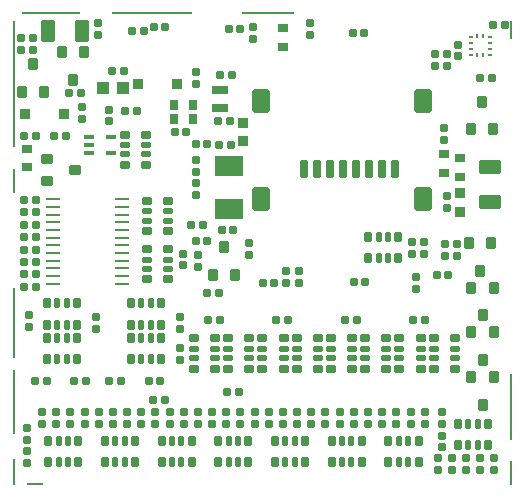
<source format=gbp>
G04*
G04 #@! TF.GenerationSoftware,Altium Limited,Altium Designer,22.11.1 (43)*
G04*
G04 Layer_Color=128*
%FSLAX25Y25*%
%MOIN*%
G70*
G04*
G04 #@! TF.SameCoordinates,33881630-BD02-48E5-AD41-075E7C08A960*
G04*
G04*
G04 #@! TF.FilePolarity,Positive*
G04*
G01*
G75*
%ADD18R,0.00787X0.21260*%
%ADD19R,0.00787X0.09055*%
%ADD20R,0.00787X0.23622*%
%ADD21R,0.00787X0.07874*%
%ADD22R,0.00787X0.08268*%
%ADD23R,0.00787X0.42126*%
%ADD24R,0.19685X0.00787*%
%ADD25R,0.26772X0.00787*%
%ADD26R,0.17717X0.00787*%
%ADD27R,0.00787X0.22441*%
%ADD28R,0.00787X0.06299*%
%ADD29R,0.05512X0.00787*%
G04:AMPARAMS|DCode=32|XSize=35.43mil|YSize=37.4mil|CornerRadius=3.54mil|HoleSize=0mil|Usage=FLASHONLY|Rotation=90.000|XOffset=0mil|YOffset=0mil|HoleType=Round|Shape=RoundedRectangle|*
%AMROUNDEDRECTD32*
21,1,0.03543,0.03032,0,0,90.0*
21,1,0.02835,0.03740,0,0,90.0*
1,1,0.00709,0.01516,0.01417*
1,1,0.00709,0.01516,-0.01417*
1,1,0.00709,-0.01516,-0.01417*
1,1,0.00709,-0.01516,0.01417*
%
%ADD32ROUNDEDRECTD32*%
G04:AMPARAMS|DCode=33|XSize=35.43mil|YSize=37.4mil|CornerRadius=3.54mil|HoleSize=0mil|Usage=FLASHONLY|Rotation=90.000|XOffset=0mil|YOffset=0mil|HoleType=Round|Shape=RoundedRectangle|*
%AMROUNDEDRECTD33*
21,1,0.03543,0.03032,0,0,90.0*
21,1,0.02835,0.03740,0,0,90.0*
1,1,0.00709,0.01516,0.01417*
1,1,0.00709,0.01516,-0.01417*
1,1,0.00709,-0.01516,-0.01417*
1,1,0.00709,-0.01516,0.01417*
%
%ADD33ROUNDEDRECTD33*%
G04:AMPARAMS|DCode=39|XSize=27.56mil|YSize=23.62mil|CornerRadius=2.36mil|HoleSize=0mil|Usage=FLASHONLY|Rotation=180.000|XOffset=0mil|YOffset=0mil|HoleType=Round|Shape=RoundedRectangle|*
%AMROUNDEDRECTD39*
21,1,0.02756,0.01890,0,0,180.0*
21,1,0.02284,0.02362,0,0,180.0*
1,1,0.00472,-0.01142,0.00945*
1,1,0.00472,0.01142,0.00945*
1,1,0.00472,0.01142,-0.00945*
1,1,0.00472,-0.01142,-0.00945*
%
%ADD39ROUNDEDRECTD39*%
G04:AMPARAMS|DCode=43|XSize=25.59mil|YSize=31.5mil|CornerRadius=2.56mil|HoleSize=0mil|Usage=FLASHONLY|Rotation=90.000|XOffset=0mil|YOffset=0mil|HoleType=Round|Shape=RoundedRectangle|*
%AMROUNDEDRECTD43*
21,1,0.02559,0.02638,0,0,90.0*
21,1,0.02047,0.03150,0,0,90.0*
1,1,0.00512,0.01319,0.01024*
1,1,0.00512,0.01319,-0.01024*
1,1,0.00512,-0.01319,-0.01024*
1,1,0.00512,-0.01319,0.01024*
%
%ADD43ROUNDEDRECTD43*%
G04:AMPARAMS|DCode=44|XSize=17.72mil|YSize=31.5mil|CornerRadius=1.77mil|HoleSize=0mil|Usage=FLASHONLY|Rotation=90.000|XOffset=0mil|YOffset=0mil|HoleType=Round|Shape=RoundedRectangle|*
%AMROUNDEDRECTD44*
21,1,0.01772,0.02795,0,0,90.0*
21,1,0.01417,0.03150,0,0,90.0*
1,1,0.00354,0.01398,0.00709*
1,1,0.00354,0.01398,-0.00709*
1,1,0.00354,-0.01398,-0.00709*
1,1,0.00354,-0.01398,0.00709*
%
%ADD44ROUNDEDRECTD44*%
G04:AMPARAMS|DCode=48|XSize=12.6mil|YSize=31.5mil|CornerRadius=1.26mil|HoleSize=0mil|Usage=FLASHONLY|Rotation=90.000|XOffset=0mil|YOffset=0mil|HoleType=Round|Shape=RoundedRectangle|*
%AMROUNDEDRECTD48*
21,1,0.01260,0.02898,0,0,90.0*
21,1,0.01008,0.03150,0,0,90.0*
1,1,0.00252,0.01449,0.00504*
1,1,0.00252,0.01449,-0.00504*
1,1,0.00252,-0.01449,-0.00504*
1,1,0.00252,-0.01449,0.00504*
%
%ADD48ROUNDEDRECTD48*%
G04:AMPARAMS|DCode=54|XSize=27.56mil|YSize=23.62mil|CornerRadius=2.36mil|HoleSize=0mil|Usage=FLASHONLY|Rotation=90.000|XOffset=0mil|YOffset=0mil|HoleType=Round|Shape=RoundedRectangle|*
%AMROUNDEDRECTD54*
21,1,0.02756,0.01890,0,0,90.0*
21,1,0.02284,0.02362,0,0,90.0*
1,1,0.00472,0.00945,0.01142*
1,1,0.00472,0.00945,-0.01142*
1,1,0.00472,-0.00945,-0.01142*
1,1,0.00472,-0.00945,0.01142*
%
%ADD54ROUNDEDRECTD54*%
G04:AMPARAMS|DCode=92|XSize=35.43mil|YSize=37.4mil|CornerRadius=3.54mil|HoleSize=0mil|Usage=FLASHONLY|Rotation=180.000|XOffset=0mil|YOffset=0mil|HoleType=Round|Shape=RoundedRectangle|*
%AMROUNDEDRECTD92*
21,1,0.03543,0.03032,0,0,180.0*
21,1,0.02835,0.03740,0,0,180.0*
1,1,0.00709,-0.01417,0.01516*
1,1,0.00709,0.01417,0.01516*
1,1,0.00709,0.01417,-0.01516*
1,1,0.00709,-0.01417,-0.01516*
%
%ADD92ROUNDEDRECTD92*%
G04:AMPARAMS|DCode=93|XSize=35.43mil|YSize=37.4mil|CornerRadius=3.54mil|HoleSize=0mil|Usage=FLASHONLY|Rotation=180.000|XOffset=0mil|YOffset=0mil|HoleType=Round|Shape=RoundedRectangle|*
%AMROUNDEDRECTD93*
21,1,0.03543,0.03032,0,0,180.0*
21,1,0.02835,0.03740,0,0,180.0*
1,1,0.00709,-0.01417,0.01516*
1,1,0.00709,0.01417,0.01516*
1,1,0.00709,0.01417,-0.01516*
1,1,0.00709,-0.01417,-0.01516*
%
%ADD93ROUNDEDRECTD93*%
G04:AMPARAMS|DCode=94|XSize=35.83mil|YSize=33.47mil|CornerRadius=3.35mil|HoleSize=0mil|Usage=FLASHONLY|Rotation=0.000|XOffset=0mil|YOffset=0mil|HoleType=Round|Shape=RoundedRectangle|*
%AMROUNDEDRECTD94*
21,1,0.03583,0.02677,0,0,0.0*
21,1,0.02913,0.03347,0,0,0.0*
1,1,0.00669,0.01457,-0.01339*
1,1,0.00669,-0.01457,-0.01339*
1,1,0.00669,-0.01457,0.01339*
1,1,0.00669,0.01457,0.01339*
%
%ADD94ROUNDEDRECTD94*%
%ADD95R,0.03937X0.04331*%
G04:AMPARAMS|DCode=96|XSize=70.87mil|YSize=45.28mil|CornerRadius=4.53mil|HoleSize=0mil|Usage=FLASHONLY|Rotation=0.000|XOffset=0mil|YOffset=0mil|HoleType=Round|Shape=RoundedRectangle|*
%AMROUNDEDRECTD96*
21,1,0.07087,0.03622,0,0,0.0*
21,1,0.06181,0.04528,0,0,0.0*
1,1,0.00906,0.03091,-0.01811*
1,1,0.00906,-0.03091,-0.01811*
1,1,0.00906,-0.03091,0.01811*
1,1,0.00906,0.03091,0.01811*
%
%ADD96ROUNDEDRECTD96*%
G04:AMPARAMS|DCode=97|XSize=59.06mil|YSize=25.59mil|CornerRadius=2.56mil|HoleSize=0mil|Usage=FLASHONLY|Rotation=90.000|XOffset=0mil|YOffset=0mil|HoleType=Round|Shape=RoundedRectangle|*
%AMROUNDEDRECTD97*
21,1,0.05906,0.02047,0,0,90.0*
21,1,0.05394,0.02559,0,0,90.0*
1,1,0.00512,0.01024,0.02697*
1,1,0.00512,0.01024,-0.02697*
1,1,0.00512,-0.01024,-0.02697*
1,1,0.00512,-0.01024,0.02697*
%
%ADD97ROUNDEDRECTD97*%
G04:AMPARAMS|DCode=98|XSize=78.74mil|YSize=57.09mil|CornerRadius=5.71mil|HoleSize=0mil|Usage=FLASHONLY|Rotation=90.000|XOffset=0mil|YOffset=0mil|HoleType=Round|Shape=RoundedRectangle|*
%AMROUNDEDRECTD98*
21,1,0.07874,0.04567,0,0,90.0*
21,1,0.06732,0.05709,0,0,90.0*
1,1,0.01142,0.02284,0.03366*
1,1,0.01142,0.02284,-0.03366*
1,1,0.01142,-0.02284,-0.03366*
1,1,0.01142,-0.02284,0.03366*
%
%ADD98ROUNDEDRECTD98*%
%ADD100R,0.09449X0.06693*%
G04:AMPARAMS|DCode=101|XSize=25.59mil|YSize=31.5mil|CornerRadius=2.56mil|HoleSize=0mil|Usage=FLASHONLY|Rotation=0.000|XOffset=0mil|YOffset=0mil|HoleType=Round|Shape=RoundedRectangle|*
%AMROUNDEDRECTD101*
21,1,0.02559,0.02638,0,0,0.0*
21,1,0.02047,0.03150,0,0,0.0*
1,1,0.00512,0.01024,-0.01319*
1,1,0.00512,-0.01024,-0.01319*
1,1,0.00512,-0.01024,0.01319*
1,1,0.00512,0.01024,0.01319*
%
%ADD101ROUNDEDRECTD101*%
G04:AMPARAMS|DCode=102|XSize=17.72mil|YSize=31.5mil|CornerRadius=1.77mil|HoleSize=0mil|Usage=FLASHONLY|Rotation=0.000|XOffset=0mil|YOffset=0mil|HoleType=Round|Shape=RoundedRectangle|*
%AMROUNDEDRECTD102*
21,1,0.01772,0.02795,0,0,0.0*
21,1,0.01417,0.03150,0,0,0.0*
1,1,0.00354,0.00709,-0.01398*
1,1,0.00354,-0.00709,-0.01398*
1,1,0.00354,-0.00709,0.01398*
1,1,0.00354,0.00709,0.01398*
%
%ADD102ROUNDEDRECTD102*%
G04:AMPARAMS|DCode=103|XSize=27.56mil|YSize=36.22mil|CornerRadius=2.76mil|HoleSize=0mil|Usage=FLASHONLY|Rotation=90.000|XOffset=0mil|YOffset=0mil|HoleType=Round|Shape=RoundedRectangle|*
%AMROUNDEDRECTD103*
21,1,0.02756,0.03071,0,0,90.0*
21,1,0.02205,0.03622,0,0,90.0*
1,1,0.00551,0.01535,0.01102*
1,1,0.00551,0.01535,-0.01102*
1,1,0.00551,-0.01535,-0.01102*
1,1,0.00551,-0.01535,0.01102*
%
%ADD103ROUNDEDRECTD103*%
G04:AMPARAMS|DCode=104|XSize=27.56mil|YSize=55.12mil|CornerRadius=2.76mil|HoleSize=0mil|Usage=FLASHONLY|Rotation=270.000|XOffset=0mil|YOffset=0mil|HoleType=Round|Shape=RoundedRectangle|*
%AMROUNDEDRECTD104*
21,1,0.02756,0.04961,0,0,270.0*
21,1,0.02205,0.05512,0,0,270.0*
1,1,0.00551,-0.02480,-0.01102*
1,1,0.00551,-0.02480,0.01102*
1,1,0.00551,0.02480,0.01102*
1,1,0.00551,0.02480,-0.01102*
%
%ADD104ROUNDEDRECTD104*%
G04:AMPARAMS|DCode=105|XSize=27.56mil|YSize=36.22mil|CornerRadius=2.76mil|HoleSize=0mil|Usage=FLASHONLY|Rotation=0.000|XOffset=0mil|YOffset=0mil|HoleType=Round|Shape=RoundedRectangle|*
%AMROUNDEDRECTD105*
21,1,0.02756,0.03071,0,0,0.0*
21,1,0.02205,0.03622,0,0,0.0*
1,1,0.00551,0.01102,-0.01535*
1,1,0.00551,-0.01102,-0.01535*
1,1,0.00551,-0.01102,0.01535*
1,1,0.00551,0.01102,0.01535*
%
%ADD105ROUNDEDRECTD105*%
G04:AMPARAMS|DCode=106|XSize=70.87mil|YSize=45.28mil|CornerRadius=4.53mil|HoleSize=0mil|Usage=FLASHONLY|Rotation=90.000|XOffset=0mil|YOffset=0mil|HoleType=Round|Shape=RoundedRectangle|*
%AMROUNDEDRECTD106*
21,1,0.07087,0.03622,0,0,90.0*
21,1,0.06181,0.04528,0,0,90.0*
1,1,0.00906,0.01811,0.03091*
1,1,0.00906,0.01811,-0.03091*
1,1,0.00906,-0.01811,-0.03091*
1,1,0.00906,-0.01811,0.03091*
%
%ADD106ROUNDEDRECTD106*%
G04:AMPARAMS|DCode=107|XSize=33.47mil|YSize=33.47mil|CornerRadius=3.35mil|HoleSize=0mil|Usage=FLASHONLY|Rotation=270.000|XOffset=0mil|YOffset=0mil|HoleType=Round|Shape=RoundedRectangle|*
%AMROUNDEDRECTD107*
21,1,0.03347,0.02677,0,0,270.0*
21,1,0.02677,0.03347,0,0,270.0*
1,1,0.00669,-0.01339,-0.01339*
1,1,0.00669,-0.01339,0.01339*
1,1,0.00669,0.01339,0.01339*
1,1,0.00669,0.01339,-0.01339*
%
%ADD107ROUNDEDRECTD107*%
%ADD108O,0.04961X0.00984*%
%ADD109R,0.00984X0.01378*%
%ADD110R,0.01378X0.00984*%
D18*
X394Y27559D02*
D03*
D19*
X394Y4528D02*
D03*
D20*
X394Y53937D02*
D03*
D21*
X166142Y3937D02*
D03*
D22*
X394Y101378D02*
D03*
D23*
Y133661D02*
D03*
D24*
X12992Y157480D02*
D03*
D25*
X46457D02*
D03*
D26*
X85236D02*
D03*
D27*
X166142Y26181D02*
D03*
D28*
Y151575D02*
D03*
D29*
X7480Y394D02*
D03*
D32*
X11615Y101242D02*
D03*
X20867Y104982D02*
D03*
D33*
X11615Y108723D02*
D03*
D39*
X28642Y154134D02*
D03*
Y150197D02*
D03*
X61825Y76772D02*
D03*
Y72835D02*
D03*
X78730Y76700D02*
D03*
Y80637D02*
D03*
X56693Y73228D02*
D03*
Y77165D02*
D03*
X5499Y52879D02*
D03*
Y56816D02*
D03*
X32283Y125197D02*
D03*
Y121260D02*
D03*
X23228Y125984D02*
D03*
Y122047D02*
D03*
X2756Y145079D02*
D03*
Y149016D02*
D03*
X134646Y69291D02*
D03*
Y65354D02*
D03*
X61024Y133858D02*
D03*
Y137795D02*
D03*
X91241Y67421D02*
D03*
Y71358D02*
D03*
X80216Y148721D02*
D03*
Y152657D02*
D03*
X133071Y81102D02*
D03*
Y77165D02*
D03*
X137008Y81102D02*
D03*
Y77165D02*
D03*
X6890Y145079D02*
D03*
Y149016D02*
D03*
X144685Y96457D02*
D03*
Y92520D02*
D03*
X143701Y118898D02*
D03*
Y114961D02*
D03*
X95571Y67421D02*
D03*
Y71358D02*
D03*
X99213Y153937D02*
D03*
Y150000D02*
D03*
X61024Y104331D02*
D03*
Y108268D02*
D03*
Y100787D02*
D03*
Y96850D02*
D03*
X47638Y24409D02*
D03*
Y20472D02*
D03*
X52362Y24409D02*
D03*
Y20472D02*
D03*
X57087Y24409D02*
D03*
Y20472D02*
D03*
X61811Y24409D02*
D03*
Y20472D02*
D03*
X146457Y5118D02*
D03*
Y9055D02*
D03*
X151181D02*
D03*
Y5118D02*
D03*
X155905D02*
D03*
Y9055D02*
D03*
X160630Y5118D02*
D03*
Y9055D02*
D03*
X27756Y51968D02*
D03*
Y55905D02*
D03*
X55709Y51968D02*
D03*
Y55905D02*
D03*
X24016Y24409D02*
D03*
Y20472D02*
D03*
X19292Y24409D02*
D03*
Y20472D02*
D03*
X14567Y24409D02*
D03*
Y20472D02*
D03*
X9843Y24409D02*
D03*
Y20472D02*
D03*
X42914Y24409D02*
D03*
Y20472D02*
D03*
X38189Y24409D02*
D03*
Y20472D02*
D03*
X33465Y24409D02*
D03*
Y20472D02*
D03*
X28740Y24409D02*
D03*
Y20472D02*
D03*
X80709Y24409D02*
D03*
Y20472D02*
D03*
X75985Y24409D02*
D03*
Y20472D02*
D03*
X71260Y24409D02*
D03*
Y20472D02*
D03*
X66536Y24409D02*
D03*
Y20472D02*
D03*
X99607D02*
D03*
Y24409D02*
D03*
X94882D02*
D03*
Y20472D02*
D03*
X90158Y24409D02*
D03*
Y20472D02*
D03*
X85433Y24409D02*
D03*
Y20472D02*
D03*
X118504Y24409D02*
D03*
Y20472D02*
D03*
X113780Y24409D02*
D03*
Y20472D02*
D03*
X109055Y24409D02*
D03*
Y20472D02*
D03*
X104331Y24409D02*
D03*
Y20472D02*
D03*
X132677Y24409D02*
D03*
Y20472D02*
D03*
X127953Y24409D02*
D03*
Y20472D02*
D03*
X123228Y24409D02*
D03*
Y20472D02*
D03*
X4724Y15157D02*
D03*
Y19094D02*
D03*
X141733Y9055D02*
D03*
Y5118D02*
D03*
X55709Y41732D02*
D03*
Y45669D02*
D03*
X143307Y20472D02*
D03*
Y24409D02*
D03*
X4724Y7480D02*
D03*
Y11417D02*
D03*
X143307Y16535D02*
D03*
Y12598D02*
D03*
X148425Y146850D02*
D03*
Y142913D02*
D03*
X137402Y24409D02*
D03*
Y20472D02*
D03*
D43*
X37402Y116831D02*
D03*
X44488D02*
D03*
X44488Y106791D02*
D03*
X37402D02*
D03*
X51969Y68602D02*
D03*
X44882D02*
D03*
Y78642D02*
D03*
X51969D02*
D03*
Y84744D02*
D03*
X44882D02*
D03*
Y94784D02*
D03*
X51969D02*
D03*
X147441Y48917D02*
D03*
X140354D02*
D03*
Y38878D02*
D03*
X147441Y38878D02*
D03*
X128937Y38878D02*
D03*
X136024D02*
D03*
Y48917D02*
D03*
X128937Y48917D02*
D03*
X78937Y48917D02*
D03*
X71851D02*
D03*
Y38878D02*
D03*
X78937D02*
D03*
X60433Y38878D02*
D03*
X67520Y38878D02*
D03*
Y48917D02*
D03*
X60433D02*
D03*
X101772Y48917D02*
D03*
X94685Y48917D02*
D03*
X94685Y38878D02*
D03*
X101772D02*
D03*
X83268Y38878D02*
D03*
X90355Y38878D02*
D03*
Y48917D02*
D03*
X83268D02*
D03*
X124607Y48917D02*
D03*
X117520Y48917D02*
D03*
X117520Y38878D02*
D03*
X124607D02*
D03*
X106103Y38878D02*
D03*
X113189Y38878D02*
D03*
Y48917D02*
D03*
X106103D02*
D03*
D44*
X44488Y110236D02*
D03*
Y113386D02*
D03*
X37402Y113386D02*
D03*
X37402Y110236D02*
D03*
X44882Y75197D02*
D03*
Y72047D02*
D03*
X51969D02*
D03*
Y75197D02*
D03*
X44882Y91339D02*
D03*
Y88189D02*
D03*
X51969D02*
D03*
Y91339D02*
D03*
X147441Y45472D02*
D03*
Y42323D02*
D03*
X140354D02*
D03*
Y45472D02*
D03*
X128937Y42323D02*
D03*
Y45472D02*
D03*
X136024D02*
D03*
Y42323D02*
D03*
X78937Y45472D02*
D03*
Y42323D02*
D03*
X71851D02*
D03*
Y45472D02*
D03*
X60433Y42323D02*
D03*
Y45472D02*
D03*
X67520D02*
D03*
Y42323D02*
D03*
X101772Y45472D02*
D03*
Y42323D02*
D03*
X94685D02*
D03*
Y45472D02*
D03*
X83268Y42323D02*
D03*
X83268Y45472D02*
D03*
X90355Y45472D02*
D03*
Y42323D02*
D03*
X124607Y45472D02*
D03*
Y42323D02*
D03*
X117520D02*
D03*
Y45472D02*
D03*
X106103Y42323D02*
D03*
X106103Y45472D02*
D03*
X113189Y45472D02*
D03*
Y42323D02*
D03*
D48*
X25394Y110827D02*
D03*
Y113386D02*
D03*
Y115945D02*
D03*
X32874D02*
D03*
Y110827D02*
D03*
D54*
X43701Y151378D02*
D03*
X39764D02*
D03*
X159843Y135630D02*
D03*
X155905D02*
D03*
X18743Y130809D02*
D03*
X22680D02*
D03*
X41339Y124803D02*
D03*
X37402D02*
D03*
X141339Y70079D02*
D03*
X145276D02*
D03*
X72047Y151969D02*
D03*
X75984D02*
D03*
X140748Y139764D02*
D03*
X144685D02*
D03*
X113386Y150787D02*
D03*
X117323D02*
D03*
X68910Y63978D02*
D03*
X64973D02*
D03*
X59646Y86614D02*
D03*
X63583D02*
D03*
X69685Y85039D02*
D03*
X73622D02*
D03*
X68898Y113386D02*
D03*
X72835D02*
D03*
X164173Y153543D02*
D03*
X160236D02*
D03*
X50984Y152559D02*
D03*
X47047D02*
D03*
X33071Y138189D02*
D03*
X37008D02*
D03*
X144095Y76378D02*
D03*
X148032D02*
D03*
X144095Y80315D02*
D03*
X148032D02*
D03*
X144685Y143701D02*
D03*
X140748D02*
D03*
X117618Y67815D02*
D03*
X113681D02*
D03*
X61024Y113779D02*
D03*
X64961D02*
D03*
X61024Y81299D02*
D03*
X64961D02*
D03*
X69291Y136614D02*
D03*
X73228D02*
D03*
X68504Y121260D02*
D03*
X72441D02*
D03*
X83366Y67421D02*
D03*
X87303D02*
D03*
X54035Y117815D02*
D03*
X57972D02*
D03*
X137599Y55118D02*
D03*
X133662D02*
D03*
X69095D02*
D03*
X65158D02*
D03*
X91929D02*
D03*
X87992D02*
D03*
X114764D02*
D03*
X110827D02*
D03*
X75591Y31102D02*
D03*
X71654D02*
D03*
X20539Y34646D02*
D03*
X24476D02*
D03*
X11350Y34646D02*
D03*
X7413D02*
D03*
X45343Y34646D02*
D03*
X49280D02*
D03*
X36154Y34646D02*
D03*
X32217D02*
D03*
X7874Y116535D02*
D03*
X3937D02*
D03*
X13780D02*
D03*
X17717D02*
D03*
X50788Y28346D02*
D03*
X46851D02*
D03*
X3937Y66142D02*
D03*
X7874D02*
D03*
X3937Y78543D02*
D03*
X7874D02*
D03*
X3937Y82677D02*
D03*
X7874D02*
D03*
X3937Y90945D02*
D03*
X7874D02*
D03*
X3937Y86811D02*
D03*
X7874D02*
D03*
X3937Y95079D02*
D03*
X7874D02*
D03*
X3937Y74410D02*
D03*
X7874D02*
D03*
X3937Y70276D02*
D03*
X7874D02*
D03*
D92*
X156580Y127871D02*
D03*
X160320Y118619D02*
D03*
X74151Y70120D02*
D03*
X70411Y79372D02*
D03*
X10630Y130984D02*
D03*
X6890Y140236D02*
D03*
X16339Y144409D02*
D03*
X20079Y135158D02*
D03*
X152953Y36024D02*
D03*
X156693Y26772D02*
D03*
Y41667D02*
D03*
X152953Y50919D02*
D03*
Y65814D02*
D03*
X156693Y56562D02*
D03*
X152166Y80709D02*
D03*
X155906Y71457D02*
D03*
D93*
X152840Y118619D02*
D03*
X66671Y70120D02*
D03*
X3150Y130984D02*
D03*
X23819Y144410D02*
D03*
X160433Y36024D02*
D03*
Y50919D02*
D03*
Y65814D02*
D03*
X159646Y80709D02*
D03*
D94*
X4331Y123622D02*
D03*
X17323Y123622D02*
D03*
X41732Y133858D02*
D03*
X54725D02*
D03*
D95*
X36811Y132283D02*
D03*
X30118D02*
D03*
D96*
X159055Y94488D02*
D03*
Y105905D02*
D03*
D97*
X97126Y105524D02*
D03*
X101457D02*
D03*
X105788D02*
D03*
X110118D02*
D03*
X114449D02*
D03*
X118780D02*
D03*
X123111D02*
D03*
X127441D02*
D03*
D98*
X136811Y95288D02*
D03*
Y127965D02*
D03*
X82678D02*
D03*
Y95288D02*
D03*
D100*
X72048Y106496D02*
D03*
X72048Y91929D02*
D03*
D101*
X118603Y82677D02*
D03*
X118603Y75591D02*
D03*
X128642D02*
D03*
Y82677D02*
D03*
X49705Y7677D02*
D03*
Y14764D02*
D03*
X59744D02*
D03*
Y7677D02*
D03*
X21555Y42126D02*
D03*
X21555Y49213D02*
D03*
X11516Y49213D02*
D03*
X11516Y42126D02*
D03*
Y60630D02*
D03*
X11516Y53543D02*
D03*
X21555D02*
D03*
Y60630D02*
D03*
X49508Y42126D02*
D03*
Y49213D02*
D03*
X39469Y49213D02*
D03*
X39469Y42126D02*
D03*
X39469Y60630D02*
D03*
Y53543D02*
D03*
X49508D02*
D03*
Y60630D02*
D03*
X11910Y7677D02*
D03*
X11910Y14764D02*
D03*
X21949D02*
D03*
X21949Y7677D02*
D03*
X30807D02*
D03*
Y14764D02*
D03*
X40846D02*
D03*
X40846Y7677D02*
D03*
X68602D02*
D03*
X68602Y14764D02*
D03*
X78642D02*
D03*
Y7677D02*
D03*
X87500D02*
D03*
X87500Y14764D02*
D03*
X97540Y14764D02*
D03*
Y7677D02*
D03*
X106398D02*
D03*
X106398Y14764D02*
D03*
X116437D02*
D03*
Y7677D02*
D03*
X125295D02*
D03*
Y14764D02*
D03*
X135335Y14764D02*
D03*
X135335Y7677D02*
D03*
X158563Y13386D02*
D03*
Y20472D02*
D03*
X148524D02*
D03*
X148524Y13386D02*
D03*
D102*
X122047Y82677D02*
D03*
X125197D02*
D03*
Y75591D02*
D03*
X122047D02*
D03*
X56299Y14764D02*
D03*
X53150D02*
D03*
Y7677D02*
D03*
X56299D02*
D03*
X18110Y42126D02*
D03*
X14961Y42126D02*
D03*
Y49213D02*
D03*
X18110D02*
D03*
X14961Y60630D02*
D03*
X18110Y60630D02*
D03*
X18110Y53543D02*
D03*
X14961D02*
D03*
X46063Y42126D02*
D03*
X42913D02*
D03*
Y49213D02*
D03*
X46063Y49213D02*
D03*
X42914Y60630D02*
D03*
X46063D02*
D03*
Y53543D02*
D03*
X42914D02*
D03*
X18504Y14764D02*
D03*
X15355D02*
D03*
Y7677D02*
D03*
X18504D02*
D03*
X37402Y14764D02*
D03*
X34252Y14764D02*
D03*
Y7677D02*
D03*
X37402D02*
D03*
X75197Y14764D02*
D03*
X72047D02*
D03*
Y7677D02*
D03*
X75197D02*
D03*
X94095Y14764D02*
D03*
X90945Y14764D02*
D03*
Y7677D02*
D03*
X94095D02*
D03*
X112992Y14764D02*
D03*
X109843D02*
D03*
Y7677D02*
D03*
X112992D02*
D03*
X131890Y14764D02*
D03*
X128740Y14764D02*
D03*
Y7677D02*
D03*
X131890D02*
D03*
X155118Y13386D02*
D03*
X151969D02*
D03*
Y20472D02*
D03*
X155118D02*
D03*
D103*
X143701Y110236D02*
D03*
Y103937D02*
D03*
X90059Y145965D02*
D03*
Y152264D02*
D03*
X4725Y112205D02*
D03*
X4725Y105905D02*
D03*
X149213Y102756D02*
D03*
Y109055D02*
D03*
D104*
X69291Y131693D02*
D03*
Y125787D02*
D03*
D105*
X60237Y126772D02*
D03*
X53937Y126772D02*
D03*
X60237Y122146D02*
D03*
X53937D02*
D03*
D106*
X11811Y151378D02*
D03*
X23228D02*
D03*
D107*
X149213Y91024D02*
D03*
Y97244D02*
D03*
X76772Y120827D02*
D03*
Y114606D02*
D03*
D108*
X13622Y67126D02*
D03*
Y69685D02*
D03*
Y72244D02*
D03*
Y74803D02*
D03*
Y77362D02*
D03*
Y79921D02*
D03*
Y82480D02*
D03*
Y85039D02*
D03*
Y87598D02*
D03*
Y90158D02*
D03*
Y92716D02*
D03*
Y95276D02*
D03*
X36615Y67126D02*
D03*
Y69685D02*
D03*
Y72244D02*
D03*
Y74803D02*
D03*
Y77362D02*
D03*
Y79921D02*
D03*
Y82480D02*
D03*
Y85039D02*
D03*
Y87598D02*
D03*
Y90158D02*
D03*
Y92716D02*
D03*
Y95276D02*
D03*
D109*
X156890Y143307D02*
D03*
X154922D02*
D03*
Y149606D02*
D03*
X156890D02*
D03*
D110*
X152756Y143504D02*
D03*
Y145473D02*
D03*
Y147441D02*
D03*
Y149409D02*
D03*
X159056Y143504D02*
D03*
Y149409D02*
D03*
Y145473D02*
D03*
Y147441D02*
D03*
M02*

</source>
